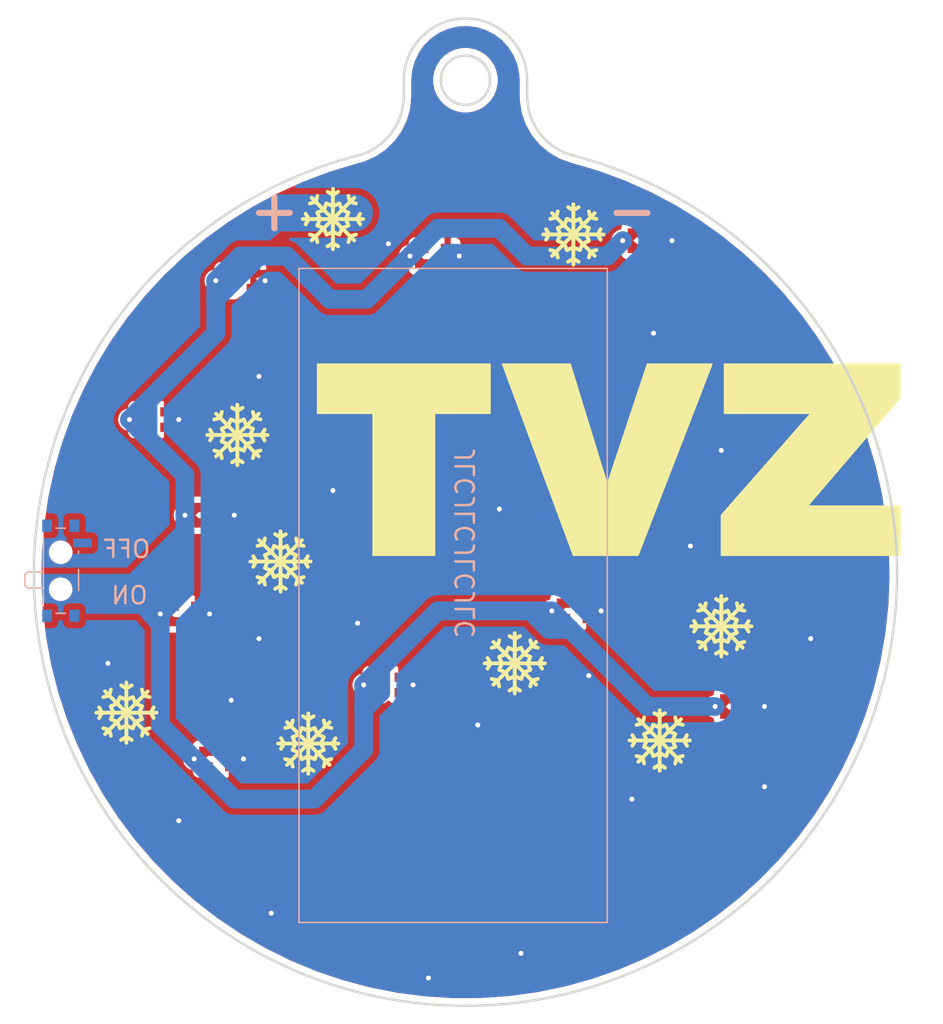
<source format=kicad_pcb>
(kicad_pcb (version 20171130) (host pcbnew "(5.1.10)-1")
  (layers (0 F.Cu signal) (31 B.Cu signal) (34 B.Paste user) (35 F.Paste user) (36 B.SilkS user) (37 F.SilkS user) (38 B.Mask user) (39 F.Mask user) (44 Edge.Cuts user))
  (net 0 "")
  (net 1 "Net-(D1-Pad1)")
  (net 2 "Net-(SW1-Pad3)")
  (net 3 VCC)
  (net 4 GND)
  (module TVZ_kuglica:ukras1 (layer F.Cu) (at 145.75 72.5)
    (fp_text reference G*** hide)
    (fp_text value LOGO hide)
  )
  (module TVZ_kuglica:ukras2 (layer F.Cu) (at 144.25 78.75)
    (fp_text reference G*** hide)
    (fp_text value LOGO hide)
  )
  (module TVZ_kuglica:ukras3 (layer F.Cu) (at 137 68.75)
    (fp_text reference G*** hide)
    (fp_text value LOGO hide)
  )
  (module TVZ_kuglica:ukras1 (layer F.Cu) (at 152.75 113.5)
    (fp_text reference G*** hide)
    (fp_text value LOGO hide)
  )
  (module TVZ_kuglica:ukras1 (layer F.Cu) (at 157.75 104.25)
    (fp_text reference G*** hide)
    (fp_text value LOGO hide)
  )
  (module TVZ_kuglica:ukras1 (layer F.Cu) (at 141 107.25)
    (fp_text reference G*** hide)
    (fp_text value LOGO hide)
  )
  (module TVZ_kuglica:ukras1 (layer F.Cu) (at 124.25 113.75)
    (fp_text reference G*** hide)
    (fp_text value LOGO hide)
  )
  (module TVZ_kuglica:ukras1 (layer F.Cu) (at 109.5 111.25)
    (fp_text reference G*** hide)
    (fp_text value LOGO hide)
  )
  (module TVZ_kuglica:ukras1 (layer F.Cu) (at 122 99)
    (fp_text reference G*** hide)
    (fp_text value LOGO hide)
  )
  (module TVZ_kuglica:ukras1 (layer F.Cu) (at 118.5 88.75)
    (fp_text reference G*** hide)
    (fp_text value LOGO hide)
  )
  (module TVZ_kuglica:ukras1 (layer F.Cu) (at 126.25 71.25)
    (fp_text reference G*** hide)
    (fp_text value LOGO hide)
  )
  (module TVZ_kuglica:test1 (layer F.Cu) (at 137.25 118.25)
    (fp_text reference G*** hide)
    (fp_text value LOGO hide)
  )
  (module TVZ_kuglica:BAT-2xAAA-horizontalni_padovi (layer B.Cu) (at 136.5 101.75)
    (fp_text reference BT1 hide)
    (fp_text value 2xAAA)
    (pad 1 smd oval (at -10 -31 90) (size 3 6) (layers B.Cu B.Paste B.Mask) (net 3 VCC))
    (pad 2 smd oval (at 9 -31 270) (size 3 6) (layers B.Cu B.Paste B.Mask) (net 4 GND))
  )
  (module Button_Switch_SMD:SW_SPDT_PCM12 (layer B.Cu) (at 104.5 99.75 90)
    (fp_text reference SW1 hide)
    (fp_text value SW_SPDT)
    (pad "" np_thru_hole circle (at -1.5 -0.33 90) (size 0.9 0.9) (drill 0.9) (layers *.Cu *.Mask))
    (pad "" np_thru_hole circle (at 1.5 -0.33 90) (size 0.9 0.9) (drill 0.9) (layers *.Cu *.Mask))
    (pad 1 smd rect (at -2.25 1.43 90) (size 0.7 1.5) (layers B.Cu B.Paste B.Mask) (net 1 "Net-(D1-Pad1)"))
    (pad 2 smd rect (at 0.75 1.43 90) (size 0.7 1.5) (layers B.Cu B.Paste B.Mask) (net 3 VCC))
    (pad 3 smd rect (at 2.25 1.43 90) (size 0.7 1.5) (layers B.Cu B.Paste B.Mask) (net 2 "Net-(SW1-Pad3)"))
    (pad "" smd rect (at -3.65 -1.43 90) (size 1 0.8) (layers B.Cu B.Paste B.Mask))
    (pad "" smd rect (at 3.65 -1.43 90) (size 1 0.8) (layers B.Cu B.Paste B.Mask))
    (pad "" smd rect (at 3.65 0.78 90) (size 1 0.8) (layers B.Cu B.Paste B.Mask))
    (pad "" smd rect (at -3.65 0.78 90) (size 1 0.8) (layers B.Cu B.Paste B.Mask))
  )
  (module TVZ_kuglica:LED-0807 (layer F.Cu) (at 111.75 87.5)
    (fp_text reference D1 hide)
    (fp_text value RGB)
    (pad 1 smd rect (at -1.05 -0.625) (size 1.1 0.75) (layers F.Cu F.Paste F.Mask) (net 1 "Net-(D1-Pad1)"))
    (pad 2 smd rect (at 1.05 -0.625) (size 1.1 0.75) (layers F.Cu F.Paste F.Mask) (net 4 GND))
    (pad 1 smd rect (at -1.05 0.625) (size 1.1 0.75) (layers F.Cu F.Paste F.Mask) (net 1 "Net-(D1-Pad1)"))
    (pad 2 smd rect (at 1.05 0.625) (size 1.1 0.75) (layers F.Cu F.Paste F.Mask) (net 4 GND))
  )
  (module TVZ_kuglica:LED-0807 (layer F.Cu) (at 118.75 76.25)
    (fp_text reference D2 hide)
    (fp_text value RGB)
    (pad 2 smd rect (at 1.05 0.625) (size 1.1 0.75) (layers F.Cu F.Paste F.Mask) (net 4 GND))
    (pad 1 smd rect (at -1.05 0.625) (size 1.1 0.75) (layers F.Cu F.Paste F.Mask) (net 1 "Net-(D1-Pad1)"))
    (pad 2 smd rect (at 1.05 -0.625) (size 1.1 0.75) (layers F.Cu F.Paste F.Mask) (net 4 GND))
    (pad 1 smd rect (at -1.05 -0.625) (size 1.1 0.75) (layers F.Cu F.Paste F.Mask) (net 1 "Net-(D1-Pad1)"))
  )
  (module TVZ_kuglica:LED-0807 (layer F.Cu) (at 151.75 73)
    (fp_text reference D3 hide)
    (fp_text value RGB)
    (pad 1 smd rect (at -1.05 -0.625) (size 1.1 0.75) (layers F.Cu F.Paste F.Mask) (net 1 "Net-(D1-Pad1)"))
    (pad 2 smd rect (at 1.05 -0.625) (size 1.1 0.75) (layers F.Cu F.Paste F.Mask) (net 4 GND))
    (pad 1 smd rect (at -1.05 0.625) (size 1.1 0.75) (layers F.Cu F.Paste F.Mask) (net 1 "Net-(D1-Pad1)"))
    (pad 2 smd rect (at 1.05 0.625) (size 1.1 0.75) (layers F.Cu F.Paste F.Mask) (net 4 GND))
  )
  (module TVZ_kuglica:LED-0807 (layer F.Cu) (at 130.75 109)
    (fp_text reference D4 hide)
    (fp_text value RGB)
    (pad 2 smd rect (at 1.05 0.625) (size 1.1 0.75) (layers F.Cu F.Paste F.Mask) (net 4 GND))
    (pad 1 smd rect (at -1.05 0.625) (size 1.1 0.75) (layers F.Cu F.Paste F.Mask) (net 1 "Net-(D1-Pad1)"))
    (pad 2 smd rect (at 1.05 -0.625) (size 1.1 0.75) (layers F.Cu F.Paste F.Mask) (net 4 GND))
    (pad 1 smd rect (at -1.05 -0.625) (size 1.1 0.75) (layers F.Cu F.Paste F.Mask) (net 1 "Net-(D1-Pad1)"))
  )
  (module TVZ_kuglica:LED-0807 (layer F.Cu) (at 117 115)
    (fp_text reference D5 hide)
    (fp_text value RGB)
    (pad 1 smd rect (at -1.05 -0.625) (size 1.1 0.75) (layers F.Cu F.Paste F.Mask) (net 1 "Net-(D1-Pad1)"))
    (pad 2 smd rect (at 1.05 -0.625) (size 1.1 0.75) (layers F.Cu F.Paste F.Mask) (net 4 GND))
    (pad 1 smd rect (at -1.05 0.625) (size 1.1 0.75) (layers F.Cu F.Paste F.Mask) (net 1 "Net-(D1-Pad1)"))
    (pad 2 smd rect (at 1.05 0.625) (size 1.1 0.75) (layers F.Cu F.Paste F.Mask) (net 4 GND))
  )
  (module TVZ_kuglica:LED-0807 (layer F.Cu) (at 114.25 103.25)
    (fp_text reference D6 hide)
    (fp_text value RGB)
    (pad 2 smd rect (at 1.05 0.625) (size 1.1 0.75) (layers F.Cu F.Paste F.Mask) (net 4 GND))
    (pad 1 smd rect (at -1.05 0.625) (size 1.1 0.75) (layers F.Cu F.Paste F.Mask) (net 1 "Net-(D1-Pad1)"))
    (pad 2 smd rect (at 1.05 -0.625) (size 1.1 0.75) (layers F.Cu F.Paste F.Mask) (net 4 GND))
    (pad 1 smd rect (at -1.05 -0.625) (size 1.1 0.75) (layers F.Cu F.Paste F.Mask) (net 1 "Net-(D1-Pad1)"))
  )
  (module TVZ_kuglica:LED-0807 (layer F.Cu) (at 116.25 95.25)
    (fp_text reference D7 hide)
    (fp_text value RGB)
    (pad 1 smd rect (at -1.05 -0.625) (size 1.1 0.75) (layers F.Cu F.Paste F.Mask) (net 1 "Net-(D1-Pad1)"))
    (pad 2 smd rect (at 1.05 -0.625) (size 1.1 0.75) (layers F.Cu F.Paste F.Mask) (net 4 GND))
    (pad 1 smd rect (at -1.05 0.625) (size 1.1 0.75) (layers F.Cu F.Paste F.Mask) (net 1 "Net-(D1-Pad1)"))
    (pad 2 smd rect (at 1.05 0.625) (size 1.1 0.75) (layers F.Cu F.Paste F.Mask) (net 4 GND))
  )
  (module TVZ_kuglica:LED-0807 (layer F.Cu) (at 159.25 110.75)
    (fp_text reference D8 hide)
    (fp_text value RGB)
    (pad 2 smd rect (at 1.05 0.625) (size 1.1 0.75) (layers F.Cu F.Paste F.Mask) (net 4 GND))
    (pad 1 smd rect (at -1.05 0.625) (size 1.1 0.75) (layers F.Cu F.Paste F.Mask) (net 1 "Net-(D1-Pad1)"))
    (pad 2 smd rect (at 1.05 -0.625) (size 1.1 0.75) (layers F.Cu F.Paste F.Mask) (net 4 GND))
    (pad 1 smd rect (at -1.05 -0.625) (size 1.1 0.75) (layers F.Cu F.Paste F.Mask) (net 1 "Net-(D1-Pad1)"))
  )
  (module TVZ_kuglica:LED-0807 (layer F.Cu) (at 134.5 74.25)
    (fp_text reference D9 hide)
    (fp_text value RGB)
    (pad 1 smd rect (at -1.05 -0.625) (size 1.1 0.75) (layers F.Cu F.Paste F.Mask) (net 1 "Net-(D1-Pad1)"))
    (pad 2 smd rect (at 1.05 -0.625) (size 1.1 0.75) (layers F.Cu F.Paste F.Mask) (net 4 GND))
    (pad 1 smd rect (at -1.05 0.625) (size 1.1 0.75) (layers F.Cu F.Paste F.Mask) (net 1 "Net-(D1-Pad1)"))
    (pad 2 smd rect (at 1.05 0.625) (size 1.1 0.75) (layers F.Cu F.Paste F.Mask) (net 4 GND))
  )
  (module TVZ_kuglica:LED-0807 (layer F.Cu) (at 146 103)
    (fp_text reference D10 hide)
    (fp_text value RGB)
    (pad 2 smd rect (at 1.05 0.625) (size 1.1 0.75) (layers F.Cu F.Paste F.Mask) (net 4 GND))
    (pad 1 smd rect (at -1.05 0.625) (size 1.1 0.75) (layers F.Cu F.Paste F.Mask) (net 1 "Net-(D1-Pad1)"))
    (pad 2 smd rect (at 1.05 -0.625) (size 1.1 0.75) (layers F.Cu F.Paste F.Mask) (net 4 GND))
    (pad 1 smd rect (at -1.05 -0.625) (size 1.1 0.75) (layers F.Cu F.Paste F.Mask) (net 1 "Net-(D1-Pad1)"))
  )
  (gr_poly (pts (xy 172.25 85.75) (xy 164.75 94.5) (xy 172.25 94.5) (xy 172.25 98.5) (xy 157.75 98.5) (xy 157.75 95.25) (xy 165 87) (xy 158 87) (xy 158 83) (xy 172.25 83)) (layer F.SilkS) (width 0.1))
  (gr_poly (pts (xy 148.5 92.75) (xy 151.75 83) (xy 157 83) (xy 151 98.5) (xy 145.75 98.5) (xy 140 83) (xy 145.5 83)) (layer F.SilkS) (width 0.1))
  (gr_poly (pts (xy 139 87) (xy 134.5 87) (xy 134.5 98.5) (xy 129.5 98.5) (xy 129.5 87) (xy 125 87) (xy 125 83) (xy 139 83)) (layer F.SilkS) (width 0.1))
  (gr_line (start 132 61.270167) (end 132 60) (layer Edge.Cuts) (width 0.2))
  (gr_arc (start 147 61.270167) (end 142 61.270167) (angle -75.52248781) (layer Edge.Cuts) (width 0.2))
  (gr_arc (start 137 60) (end 142 60) (angle -180) (layer Edge.Cuts) (width 0.2))
  (gr_arc (start 137 100) (end 128.249999 66.111396) (angle -331.0449756) (layer Edge.Cuts) (width 0.2))
  (gr_arc (start 126.999999 61.270167) (end 128.249999 66.111396) (angle -75.52248781) (layer Edge.Cuts) (width 0.2))
  (gr_line (start 142 60) (end 142 61.270167) (layer Edge.Cuts) (width 0.2))
  (gr_text ON (at 109.75 101.75) (layer B.SilkS) (effects (font (size 1.4 1.4) (thickness 0.2)) (justify mirror)))
  (gr_text OFF (at 109.5 98) (layer B.SilkS) (effects (font (size 1.4 1.4) (thickness 0.2)) (justify mirror)))
  (gr_text JLCJLCJLCJLC (at 137 97.5 90) (layer B.SilkS) (effects (font (size 1.5 1.5) (thickness 0.2)) (justify mirror)))
  (gr_circle (center 137 60) (end 139 60) (layer Edge.Cuts) (width 0.2))
  (via (at 144 103) (size 0.8) (drill 0.4) (layers F.Cu B.Cu) (net 1))
  (via (at 157.25 110.75) (size 0.8) (drill 0.4) (layers F.Cu B.Cu) (net 1))
  (via (at 114.25 95.25) (size 0.8) (drill 0.4) (layers F.Cu B.Cu) (net 1))
  (via (at 109.75 87.5) (size 0.8) (drill 0.4) (layers F.Cu B.Cu) (net 1))
  (via (at 116.75 76.25) (size 0.8) (drill 0.4) (layers F.Cu B.Cu) (net 1))
  (via (at 132.5 74.25) (size 0.8) (drill 0.4) (layers F.Cu B.Cu) (net 1))
  (via (at 149.75 73) (size 0.8) (drill 0.4) (layers F.Cu B.Cu) (net 1))
  (via (at 128.75 109) (size 0.8) (drill 0.4) (layers F.Cu B.Cu) (net 1))
  (via (at 112.25 103.25) (size 0.8) (drill 0.4) (layers F.Cu B.Cu) (net 1))
  (via (at 115 115) (size 0.8) (drill 0.4) (layers F.Cu B.Cu) (net 1))
  (segment (start 115.325 115) (end 115.95 114.375) (width 0.762) (layer F.Cu) (net 1))
  (segment (start 115.325 115) (end 115.95 115.625) (width 0.762) (layer F.Cu) (net 1))
  (segment (start 115 115) (end 115.325 115) (width 0.762) (layer F.Cu) (net 1))
  (segment (start 112.575 103.25) (end 113.2 102.625) (width 0.762) (layer F.Cu) (net 1))
  (segment (start 112.575 103.25) (end 113.2 103.875) (width 0.762) (layer F.Cu) (net 1))
  (segment (start 112.25 103.25) (end 112.575 103.25) (width 0.762) (layer F.Cu) (net 1))
  (segment (start 129.075 109) (end 129.7 109.625) (width 0.762) (layer F.Cu) (net 1))
  (segment (start 129.075 109) (end 129.7 108.375) (width 0.762) (layer F.Cu) (net 1))
  (segment (start 128.75 109) (end 129.075 109) (width 0.762) (layer F.Cu) (net 1))
  (segment (start 150.075 73) (end 150.7 73.625) (width 0.762) (layer F.Cu) (net 1))
  (segment (start 150.075 73) (end 150.7 72.375) (width 0.762) (layer F.Cu) (net 1))
  (segment (start 157.575 110.75) (end 158.2 110.125) (width 0.762) (layer F.Cu) (net 1))
  (segment (start 157.575 110.75) (end 158.2 111.375) (width 0.762) (layer F.Cu) (net 1))
  (segment (start 157.25 110.75) (end 157.575 110.75) (width 0.762) (layer F.Cu) (net 1))
  (segment (start 144.325 103) (end 144.95 102.375) (width 0.762) (layer F.Cu) (net 1))
  (segment (start 144.325 103) (end 144.95 103.625) (width 0.762) (layer F.Cu) (net 1))
  (segment (start 144 103) (end 144.325 103) (width 0.762) (layer F.Cu) (net 1))
  (segment (start 110.075 87.5) (end 110.7 86.875) (width 0.762) (layer F.Cu) (net 1))
  (segment (start 110.075 87.5) (end 110.7 88.125) (width 0.762) (layer F.Cu) (net 1))
  (segment (start 109.75 87.5) (end 110.075 87.5) (width 0.762) (layer F.Cu) (net 1))
  (segment (start 117.075 76.25) (end 117.7 75.625) (width 0.762) (layer F.Cu) (net 1))
  (segment (start 117.075 76.25) (end 117.7 76.875) (width 0.762) (layer F.Cu) (net 1))
  (segment (start 116.75 76.25) (end 117.075 76.25) (width 0.762) (layer F.Cu) (net 1))
  (segment (start 132.825 74.25) (end 133.45 73.625) (width 0.762) (layer F.Cu) (net 1))
  (segment (start 132.825 74.25) (end 133.45 74.875) (width 0.762) (layer F.Cu) (net 1))
  (segment (start 114.575 95.25) (end 115.2 95.875) (width 0.762) (layer F.Cu) (net 1))
  (segment (start 114.575 95.25) (end 115.2 94.625) (width 0.762) (layer F.Cu) (net 1))
  (segment (start 114.25 95.25) (end 114.575 95.25) (width 0.762) (layer F.Cu) (net 1))
  (segment (start 126 77.75) (end 124.5 76.25) (width 1.524) (layer B.Cu) (net 1))
  (segment (start 115 115) (end 112.25 112.25) (width 1.524) (layer B.Cu) (net 1))
  (segment (start 112.25 112.25) (end 112.25 103.25) (width 1.524) (layer B.Cu) (net 1))
  (segment (start 112.25 103.25) (end 114.25 101.25) (width 1.524) (layer B.Cu) (net 1))
  (segment (start 114.25 101.25) (end 114.25 95.25) (width 1.524) (layer B.Cu) (net 1))
  (segment (start 114.25 95.25) (end 114.25 92) (width 1.524) (layer B.Cu) (net 1))
  (segment (start 116.75 80.5) (end 116.75 77.75) (width 1.524) (layer B.Cu) (net 1))
  (segment (start 116.75 77.75) (end 116.75 76.25) (width 1.524) (layer B.Cu) (net 1))
  (segment (start 111.25 86) (end 111.375 85.875) (width 1.524) (layer B.Cu) (net 1))
  (segment (start 111.375 85.875) (end 116.75 80.5) (width 1.524) (layer B.Cu) (net 1))
  (segment (start 109.75 87.5) (end 111.375 85.875) (width 1.524) (layer B.Cu) (net 1))
  (segment (start 111.25 89) (end 111.25 86) (width 1.524) (layer B.Cu) (net 1))
  (segment (start 114.25 92) (end 111.25 89) (width 1.524) (layer B.Cu) (net 1))
  (segment (start 111.25 89) (end 109.75 87.5) (width 1.524) (layer B.Cu) (net 1))
  (segment (start 116.75 76.25) (end 118 75) (width 1.524) (layer B.Cu) (net 1))
  (segment (start 123.25 75) (end 124.5 76.25) (width 1.524) (layer B.Cu) (net 1))
  (segment (start 157.25 110.75) (end 151.75 110.75) (width 1.524) (layer B.Cu) (net 1))
  (segment (start 145.5 104.5) (end 143.75 104.5) (width 1.524) (layer B.Cu) (net 1))
  (segment (start 142.25 103) (end 134.75 103) (width 1.524) (layer B.Cu) (net 1))
  (segment (start 143.75 104.5) (end 142.25 103) (width 1.524) (layer B.Cu) (net 1))
  (segment (start 144 103) (end 142.25 103) (width 1.524) (layer B.Cu) (net 1))
  (segment (start 151.75 110.75) (end 145.5 104.5) (width 1.524) (layer B.Cu) (net 1))
  (segment (start 145.5 104.5) (end 144 103) (width 1.524) (layer B.Cu) (net 1))
  (segment (start 128.75 114.25) (end 124.75 118.25) (width 1.524) (layer B.Cu) (net 1))
  (segment (start 118.25 118.25) (end 115 115) (width 1.524) (layer B.Cu) (net 1))
  (segment (start 124.75 118.25) (end 118.25 118.25) (width 1.524) (layer B.Cu) (net 1))
  (segment (start 130.125 109.625) (end 128.75 111) (width 1.524) (layer B.Cu) (net 1))
  (segment (start 128.75 111) (end 128.75 114.25) (width 1.524) (layer B.Cu) (net 1))
  (segment (start 128.75 109) (end 128.75 111) (width 1.524) (layer B.Cu) (net 1))
  (segment (start 134.75 103) (end 130.125 107.625) (width 1.524) (layer B.Cu) (net 1))
  (segment (start 130.125 107.625) (end 130.125 109.625) (width 1.524) (layer B.Cu) (net 1))
  (segment (start 130.125 107.625) (end 128.75 109) (width 1.524) (layer B.Cu) (net 1))
  (segment (start 118.75 74.25) (end 116.75 76.25) (width 1.524) (layer B.Cu) (net 1))
  (segment (start 123.25 75) (end 122.5 74.25) (width 1.524) (layer B.Cu) (net 1))
  (segment (start 116.75 77.75) (end 120.25 74.25) (width 1.524) (layer B.Cu) (net 1))
  (segment (start 120.25 74.25) (end 118.75 74.25) (width 1.524) (layer B.Cu) (net 1))
  (segment (start 122.5 74.25) (end 120.25 74.25) (width 1.524) (layer B.Cu) (net 1))
  (segment (start 105.93 99) (end 108.75 99) (width 0.762) (layer B.Cu) (net 3))
  (segment (start 108.75 99) (end 109.75 98) (width 0.762) (layer B.Cu) (net 3))
  (segment (start 109.75 98) (end 109.75 94) (width 0.762) (layer B.Cu) (net 3))
  (segment (start 109.75 94) (end 107.25 91.5) (width 0.762) (layer B.Cu) (net 3))
  (segment (start 107.25 91.5) (end 107.25 86) (width 0.762) (layer B.Cu) (net 3))
  (segment (start 107.25 86) (end 113.5 79.75) (width 0.762) (layer B.Cu) (net 3))
  (segment (start 113.5 79.75) (end 113.5 77) (width 0.762) (layer B.Cu) (net 3))
  (segment (start 119.75 70.75) (end 126.5 70.75) (width 0.762) (layer B.Cu) (net 3))
  (segment (start 113.5 77) (end 119.75 70.75) (width 0.762) (layer B.Cu) (net 3))
  (via (at 152.25 80.5) (size 0.8) (drill 0.4) (layers F.Cu B.Cu) (net 4))
  (via (at 130.75 73.25) (size 0.8) (drill 0.4) (layers F.Cu B.Cu) (net 4))
  (via (at 120.25 84) (size 0.8) (drill 0.4) (layers F.Cu B.Cu) (net 4))
  (via (at 126.25 93.25) (size 0.8) (drill 0.4) (layers F.Cu B.Cu) (net 4))
  (via (at 120.25 105.25) (size 0.8) (drill 0.4) (layers F.Cu B.Cu) (net 4))
  (via (at 128.25 104) (size 0.8) (drill 0.4) (layers F.Cu B.Cu) (net 4))
  (via (at 108 107.25) (size 0.8) (drill 0.4) (layers F.Cu B.Cu) (net 4))
  (via (at 113.75 120) (size 0.8) (drill 0.4) (layers F.Cu B.Cu) (net 4))
  (via (at 118 110.25) (size 0.8) (drill 0.4) (layers F.Cu B.Cu) (net 4))
  (via (at 121.25 127.5) (size 0.8) (drill 0.4) (layers F.Cu B.Cu) (net 4))
  (via (at 134 132.75) (size 0.8) (drill 0.4) (layers F.Cu B.Cu) (net 4))
  (via (at 138 112.25) (size 0.8) (drill 0.4) (layers F.Cu B.Cu) (net 4))
  (via (at 141.5 130.75) (size 0.8) (drill 0.4) (layers F.Cu B.Cu) (net 4))
  (via (at 150.5 118.25) (size 0.8) (drill 0.4) (layers F.Cu B.Cu) (net 4))
  (via (at 147 108.25) (size 0.8) (drill 0.4) (layers F.Cu B.Cu) (net 4))
  (via (at 165 105.25) (size 0.8) (drill 0.4) (layers F.Cu B.Cu) (net 4))
  (via (at 161.25 117.25) (size 0.8) (drill 0.4) (layers F.Cu B.Cu) (net 4))
  (via (at 155.25 97.75) (size 0.8) (drill 0.4) (layers F.Cu B.Cu) (net 4))
  (via (at 157.75 90) (size 0.8) (drill 0.4) (layers F.Cu B.Cu) (net 4))
  (via (at 139.75 94.75) (size 0.8) (drill 0.4) (layers F.Cu B.Cu) (net 4))
  (via (at 161.25 110.75) (size 0.8) (drill 0.4) (layers F.Cu B.Cu) (net 4))
  (via (at 132.75 109) (size 0.8) (drill 0.4) (layers F.Cu B.Cu) (net 4))
  (via (at 148 103) (size 0.8) (drill 0.4) (layers F.Cu B.Cu) (net 4))
  (via (at 119 115) (size 0.8) (drill 0.4) (layers F.Cu B.Cu) (net 4))
  (via (at 116.25 103.25) (size 0.8) (drill 0.4) (layers F.Cu B.Cu) (net 4))
  (via (at 118.25 95.25) (size 0.8) (drill 0.4) (layers F.Cu B.Cu) (net 4))
  (via (at 113.75 87.5) (size 0.8) (drill 0.4) (layers F.Cu B.Cu) (net 4))
  (via (at 136.5 74.25) (size 0.8) (drill 0.4) (layers F.Cu B.Cu) (net 4))
  (segment (start 129 77.75) (end 126 77.75) (width 1.524) (layer B.Cu) (net 1))
  (segment (start 132.5 74.25) (end 129 77.75) (width 1.524) (layer B.Cu) (net 1))
  (segment (start 132.5 74.25) (end 134.75 72) (width 1.524) (layer B.Cu) (net 1))
  (segment (start 134.75 72) (end 139.75 72) (width 1.524) (layer B.Cu) (net 1))
  (segment (start 139.75 72) (end 142 74.25) (width 1.524) (layer B.Cu) (net 1))
  (segment (start 148.5 74.25) (end 149.75 73) (width 1.524) (layer B.Cu) (net 1))
  (segment (start 142 74.25) (end 148.5 74.25) (width 1.524) (layer B.Cu) (net 1))
  (via (at 153.75 73) (size 0.8) (drill 0.4) (layers F.Cu B.Cu) (net 4))
  (via (at 120.75 76.25) (size 0.8) (drill 0.4) (layers F.Cu B.Cu) (net 4))
  (zone (net 4) (net_name GND) (layer F.Cu) (connect_pads (clearance 0.508)) (min_thickness 0.254) (fill yes (arc_segments 32) (thermal_gap 0.508) (thermal_bridge_width 0.508))
    (polygon (pts (xy 175.75 53.5) (xy 175.75 136.5) (xy 99.25 136.5) (xy 99.25 53.75)))
  )
  (zone (net 4) (net_name GND) (layer B.Cu) (connect_pads yes (clearance 0.508)) (min_thickness 0.254) (fill yes (arc_segments 32) (thermal_gap 0.508) (thermal_bridge_width 0.508))
    (polygon (pts (xy 175.75 53.5) (xy 175.75 136.5) (xy 99.25 136.5) (xy 99.25 53.75)))
  )
  (zone (net 3) (net_name VCC) (layer B.Cu) (priority 1) (connect_pads yes (clearance 0.508)) (min_thickness 0.254) (fill yes (arc_segments 32) (thermal_gap 0.508) (thermal_bridge_width 0.508))
    (polygon (pts (xy 125 72.25) (xy 122 72.25) (xy 116.75 76.75) (xy 116.5 80.75) (xy 111 86.25) (xy 110.75 88.25) (xy 113.75 91.5) (xy 113.75 96) (xy 109.75 100) (xy 101.25 100) (xy 101.25 69.25) (xy 125 69.25)))
  )
  (zone (net 1) (net_name "Net-(D1-Pad1)") (layer B.Cu) (priority 2) (connect_pads yes (clearance 0.508)) (min_thickness 0.254) (fill yes (arc_segments 32) (thermal_gap 0.508) (thermal_bridge_width 0.508))
    (polygon (pts (xy 114.25 101.25) (xy 112.25 103.25) (xy 112.25 105.25) (xy 110.5 103.25) (xy 101.25 103.25) (xy 101.25 100) (xy 109.75 100) (xy 114.25 95.5)))
  )
)
</source>
